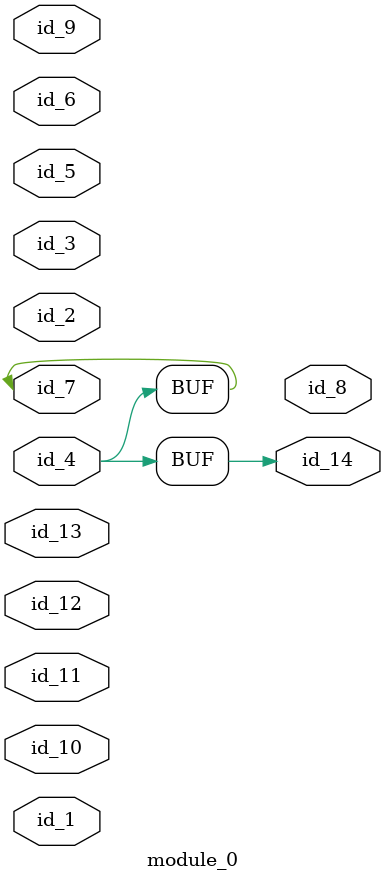
<source format=v>
module module_0 (
    id_1,
    id_2,
    id_3,
    id_4,
    id_5,
    id_6,
    id_7,
    id_8,
    id_9,
    id_10,
    id_11,
    id_12,
    id_13,
    id_14
);
  output id_14;
  inout id_13;
  inout id_12;
  inout id_11;
  inout id_10;
  input id_9;
  output id_8;
  inout id_7;
  input id_6;
  input id_5;
  inout id_4;
  inout id_3;
  inout id_2;
  inout id_1;
  assign id_7  = id_4;
  assign id_14 = id_4;
endmodule

</source>
